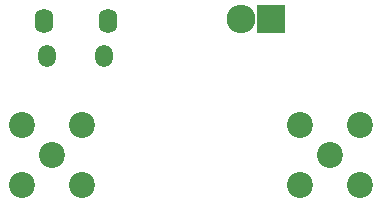
<source format=gbs>
G04 #@! TF.FileFunction,Soldermask,Bot*
%FSLAX46Y46*%
G04 Gerber Fmt 4.6, Leading zero omitted, Abs format (unit mm)*
G04 Created by KiCad (PCBNEW 4.0.2-stable) date Thu May 19 00:56:02 2016*
%MOMM*%
G01*
G04 APERTURE LIST*
%ADD10C,0.100000*%
%ADD11R,2.432000X2.432000*%
%ADD12O,2.432000X2.432000*%
%ADD13O,1.500000X1.900000*%
%ADD14O,1.600000X2.100000*%
%ADD15C,2.200000*%
G04 APERTURE END LIST*
D10*
D11*
X121040000Y-73500000D03*
D12*
X118500000Y-73500000D03*
D13*
X106925000Y-76625000D03*
X102075000Y-76625000D03*
D14*
X107225000Y-73625000D03*
X101775000Y-73625000D03*
D15*
X102500000Y-85000000D03*
X99960000Y-87540000D03*
X99960000Y-82460000D03*
X105040000Y-82460000D03*
X105040000Y-87540000D03*
X126000000Y-85000000D03*
X128540000Y-82460000D03*
X128540000Y-87540000D03*
X123460000Y-87540000D03*
X123460000Y-82460000D03*
M02*

</source>
